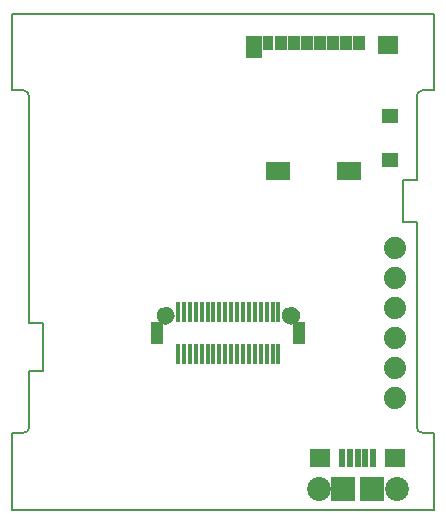
<source format=gbr>
%TF.GenerationSoftware,KiCad,Pcbnew,(5.1.4)-1*%
%TF.CreationDate,2019-12-19T22:46:11-07:00*%
%TF.ProjectId,base,62617365-2e6b-4696-9361-645f70636258,rev?*%
%TF.SameCoordinates,Original*%
%TF.FileFunction,Soldermask,Bot*%
%TF.FilePolarity,Negative*%
%FSLAX46Y46*%
G04 Gerber Fmt 4.6, Leading zero omitted, Abs format (unit mm)*
G04 Created by KiCad (PCBNEW (5.1.4)-1) date 2019-12-19 22:46:11*
%MOMM*%
%LPD*%
G04 APERTURE LIST*
%ADD10C,0.150000*%
%ADD11C,0.100000*%
%ADD12R,0.452400X1.752400*%
%ADD13R,1.052400X1.952400*%
%ADD14R,2.052400X2.052400*%
%ADD15C,2.022400*%
%ADD16R,1.752400X1.552400*%
%ADD17R,0.552400X1.502400*%
%ADD18R,1.352400X1.152400*%
%ADD19R,2.052400X1.502400*%
%ADD20R,1.322400X1.952400*%
%ADD21R,0.902400X1.252400*%
%ADD22R,1.002400X1.252400*%
%ADD23R,1.702400X1.502400*%
%ADD24C,1.879600*%
G04 APERTURE END LIST*
D10*
X131000500Y-114280540D02*
X131000500Y-118280540D01*
X162651441Y-102162541D02*
X162651441Y-95050541D01*
X161502382Y-105714800D02*
X162651441Y-105714800D01*
X161502382Y-102162541D02*
X162651441Y-102162541D01*
X129851441Y-123050540D02*
G75*
G02X129351441Y-123550540I-500000J0D01*
G01*
X129351441Y-94550541D02*
G75*
G02X129851441Y-95050541I0J-500000D01*
G01*
X162651441Y-95050541D02*
G75*
G02X163151441Y-94550541I500000J0D01*
G01*
X163151441Y-123550540D02*
G75*
G02X162651441Y-123050540I0J500000D01*
G01*
X128351441Y-88050540D02*
X128351441Y-94550540D01*
X163151441Y-94550541D02*
X164151441Y-94550540D01*
X162651441Y-123050540D02*
X162651441Y-105714800D01*
X164151441Y-123550540D02*
X163151441Y-123550540D01*
X164151441Y-94550540D02*
X164151440Y-88050541D01*
X129851441Y-95050541D02*
X129851441Y-114280540D01*
X128351441Y-94550540D02*
X129351441Y-94550541D01*
X128351441Y-130050540D02*
X162651440Y-130050540D01*
X129851441Y-114280540D02*
X131000500Y-114280540D01*
X161502382Y-102162541D02*
X161502382Y-105714800D01*
X162651440Y-88050540D02*
X128351441Y-88050540D01*
X131000500Y-118280540D02*
X129851441Y-118280540D01*
X128351441Y-123550540D02*
X128351441Y-130050540D01*
X129351441Y-123550540D02*
X128351441Y-123550540D01*
X129851441Y-118280540D02*
X129851441Y-123050540D01*
X162651440Y-130050540D02*
X164151440Y-130050540D01*
X164151440Y-88050541D02*
X162651440Y-88050540D01*
X164151440Y-130050540D02*
X164151441Y-123550540D01*
D11*
G36*
X142162500Y-113612800D02*
G01*
X142136535Y-113810020D01*
X142060411Y-113993800D01*
X141939315Y-114151615D01*
X141781500Y-114272711D01*
X141597720Y-114348835D01*
X141400500Y-114374800D01*
X141203280Y-114348835D01*
X141019500Y-114272711D01*
X140861685Y-114151615D01*
X140740589Y-113993800D01*
X140664465Y-113810020D01*
X140638500Y-113612800D01*
X140664465Y-113415580D01*
X140740589Y-113231800D01*
X140861685Y-113073985D01*
X141019500Y-112952889D01*
X141400500Y-112850800D01*
X141597720Y-112876765D01*
X141781500Y-112952889D01*
X141939315Y-113073985D01*
X142060411Y-113231800D01*
X142136535Y-113415580D01*
X142162500Y-113612800D01*
G37*
G36*
X152763700Y-113612800D02*
G01*
X152737735Y-113810020D01*
X152661611Y-113993800D01*
X152540515Y-114151615D01*
X152382700Y-114272711D01*
X152198920Y-114348835D01*
X152001700Y-114374800D01*
X151804480Y-114348835D01*
X151620700Y-114272711D01*
X151462885Y-114151615D01*
X151341789Y-113993800D01*
X151265665Y-113810020D01*
X151239700Y-113612800D01*
X151265665Y-113415580D01*
X151341789Y-113231800D01*
X151462885Y-113073985D01*
X151620700Y-112952889D01*
X152001700Y-112850800D01*
X152198920Y-112876765D01*
X152382700Y-112952889D01*
X152540515Y-113073985D01*
X152661611Y-113231800D01*
X152737735Y-113415580D01*
X152763700Y-113612800D01*
G37*
D12*
X142451100Y-116911500D03*
X142451100Y-113311300D03*
X142951100Y-116911500D03*
X142951100Y-113311300D03*
D13*
X140701100Y-115111400D03*
X152701100Y-115111400D03*
D12*
X143451100Y-116911500D03*
X143451100Y-113311300D03*
X143951100Y-116911500D03*
X143951100Y-113311300D03*
X144451100Y-116911500D03*
X144451100Y-113311300D03*
X144951100Y-116911500D03*
X144951100Y-113311300D03*
X145451100Y-116911500D03*
X145451100Y-113311300D03*
X145951100Y-116911500D03*
X145951100Y-113311300D03*
X146451100Y-116911500D03*
X146451100Y-113311300D03*
X146951100Y-116911500D03*
X146951100Y-113311300D03*
X147451100Y-116911500D03*
X147451100Y-113311300D03*
X147951100Y-116911500D03*
X147951100Y-113311300D03*
X148451100Y-116911500D03*
X148451100Y-113311300D03*
X148951100Y-116911500D03*
X148951100Y-113311300D03*
X149451100Y-116911500D03*
X149451100Y-113311300D03*
X149951100Y-116911500D03*
X149951100Y-113311300D03*
X150451100Y-116911500D03*
X150451100Y-113311300D03*
X150951100Y-116911500D03*
X150951100Y-113311300D03*
D14*
X156450000Y-128339000D03*
X158850000Y-128339000D03*
D15*
X160950000Y-128339000D03*
X154350000Y-128339000D03*
D16*
X154450000Y-125664000D03*
X160850000Y-125664000D03*
D17*
X156350000Y-125664000D03*
X158950000Y-125664000D03*
X158300000Y-125664000D03*
X157000000Y-125664000D03*
X157650000Y-125664000D03*
D18*
X160393500Y-96703900D03*
X160393500Y-100403900D03*
D19*
X156893500Y-101378900D03*
X150923500Y-101378900D03*
D20*
X148898500Y-90903900D03*
D21*
X150108500Y-90553900D03*
D22*
X151158500Y-90553900D03*
X152258500Y-90553900D03*
X153358500Y-90553900D03*
X154458500Y-90553900D03*
X155558500Y-90553900D03*
X156658500Y-90553900D03*
X157758500Y-90553900D03*
D23*
X160218500Y-90678900D03*
D24*
X160820100Y-120624600D03*
X160820100Y-118084600D03*
X160820100Y-115544600D03*
X160820100Y-113004600D03*
X160820100Y-110464600D03*
X160820100Y-107924600D03*
M02*

</source>
